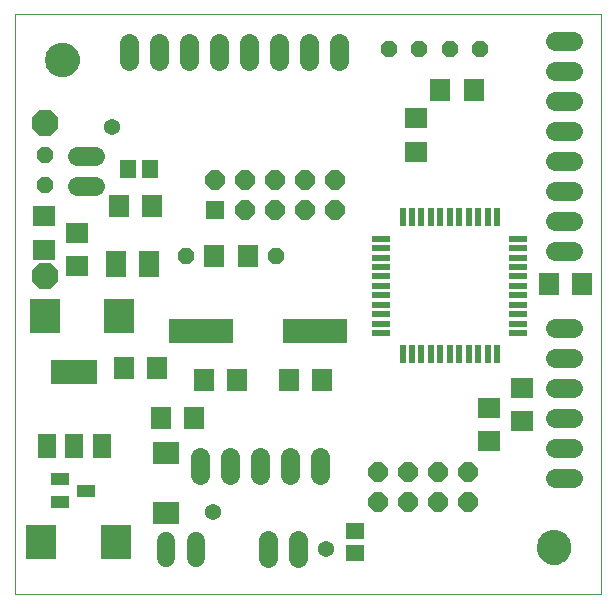
<source format=gts>
G75*
G70*
%OFA0B0*%
%FSLAX24Y24*%
%IPPOS*%
%LPD*%
%AMOC8*
5,1,8,0,0,1.08239X$1,22.5*
%
%ADD10C,0.0000*%
%ADD11OC8,0.0560*%
%ADD12R,0.2140X0.0800*%
%ADD13R,0.0670X0.0749*%
%ADD14R,0.0670X0.0750*%
%ADD15R,0.0631X0.0552*%
%ADD16C,0.0640*%
%ADD17R,0.0906X0.0749*%
%ADD18R,0.0750X0.0670*%
%ADD19R,0.0985X0.1142*%
%ADD20R,0.0631X0.0237*%
%ADD21R,0.0237X0.0631*%
%ADD22R,0.0631X0.0827*%
%ADD23R,0.1536X0.0827*%
%ADD24C,0.0540*%
%ADD25R,0.0749X0.0670*%
%ADD26C,0.0600*%
%ADD27R,0.0552X0.0631*%
%ADD28C,0.1142*%
%ADD29OC8,0.0640*%
%ADD30R,0.0640X0.0640*%
%ADD31R,0.0591X0.0434*%
%ADD32R,0.0670X0.0906*%
%ADD33OC8,0.0890*%
D10*
X000101Y000110D02*
X000101Y019462D01*
X019650Y019462D01*
X019650Y000110D01*
X000101Y000110D01*
X017519Y001681D02*
X017521Y001728D01*
X017527Y001774D01*
X017537Y001820D01*
X017550Y001865D01*
X017568Y001908D01*
X017589Y001950D01*
X017613Y001990D01*
X017641Y002027D01*
X017672Y002062D01*
X017706Y002095D01*
X017742Y002124D01*
X017781Y002150D01*
X017822Y002173D01*
X017865Y002192D01*
X017909Y002208D01*
X017954Y002220D01*
X018000Y002228D01*
X018047Y002232D01*
X018093Y002232D01*
X018140Y002228D01*
X018186Y002220D01*
X018231Y002208D01*
X018275Y002192D01*
X018318Y002173D01*
X018359Y002150D01*
X018398Y002124D01*
X018434Y002095D01*
X018468Y002062D01*
X018499Y002027D01*
X018527Y001990D01*
X018551Y001950D01*
X018572Y001908D01*
X018590Y001865D01*
X018603Y001820D01*
X018613Y001774D01*
X018619Y001728D01*
X018621Y001681D01*
X018619Y001634D01*
X018613Y001588D01*
X018603Y001542D01*
X018590Y001497D01*
X018572Y001454D01*
X018551Y001412D01*
X018527Y001372D01*
X018499Y001335D01*
X018468Y001300D01*
X018434Y001267D01*
X018398Y001238D01*
X018359Y001212D01*
X018318Y001189D01*
X018275Y001170D01*
X018231Y001154D01*
X018186Y001142D01*
X018140Y001134D01*
X018093Y001130D01*
X018047Y001130D01*
X018000Y001134D01*
X017954Y001142D01*
X017909Y001154D01*
X017865Y001170D01*
X017822Y001189D01*
X017781Y001212D01*
X017742Y001238D01*
X017706Y001267D01*
X017672Y001300D01*
X017641Y001335D01*
X017613Y001372D01*
X017589Y001412D01*
X017568Y001454D01*
X017550Y001497D01*
X017537Y001542D01*
X017527Y001588D01*
X017521Y001634D01*
X017519Y001681D01*
X001141Y017941D02*
X001143Y017988D01*
X001149Y018034D01*
X001159Y018080D01*
X001172Y018125D01*
X001190Y018168D01*
X001211Y018210D01*
X001235Y018250D01*
X001263Y018287D01*
X001294Y018322D01*
X001328Y018355D01*
X001364Y018384D01*
X001403Y018410D01*
X001444Y018433D01*
X001487Y018452D01*
X001531Y018468D01*
X001576Y018480D01*
X001622Y018488D01*
X001669Y018492D01*
X001715Y018492D01*
X001762Y018488D01*
X001808Y018480D01*
X001853Y018468D01*
X001897Y018452D01*
X001940Y018433D01*
X001981Y018410D01*
X002020Y018384D01*
X002056Y018355D01*
X002090Y018322D01*
X002121Y018287D01*
X002149Y018250D01*
X002173Y018210D01*
X002194Y018168D01*
X002212Y018125D01*
X002225Y018080D01*
X002235Y018034D01*
X002241Y017988D01*
X002243Y017941D01*
X002241Y017894D01*
X002235Y017848D01*
X002225Y017802D01*
X002212Y017757D01*
X002194Y017714D01*
X002173Y017672D01*
X002149Y017632D01*
X002121Y017595D01*
X002090Y017560D01*
X002056Y017527D01*
X002020Y017498D01*
X001981Y017472D01*
X001940Y017449D01*
X001897Y017430D01*
X001853Y017414D01*
X001808Y017402D01*
X001762Y017394D01*
X001715Y017390D01*
X001669Y017390D01*
X001622Y017394D01*
X001576Y017402D01*
X001531Y017414D01*
X001487Y017430D01*
X001444Y017449D01*
X001403Y017472D01*
X001364Y017498D01*
X001328Y017527D01*
X001294Y017560D01*
X001263Y017595D01*
X001235Y017632D01*
X001211Y017672D01*
X001190Y017714D01*
X001172Y017757D01*
X001159Y017802D01*
X001149Y017848D01*
X001143Y017894D01*
X001141Y017941D01*
D11*
X001123Y014746D03*
X001123Y013746D03*
X005820Y011398D03*
X008820Y011398D03*
X012569Y018283D03*
X013569Y018283D03*
X014618Y018293D03*
X015618Y018293D03*
D12*
X010096Y008909D03*
X006296Y008909D03*
D13*
X004845Y007658D03*
X003742Y007658D03*
X004990Y005983D03*
X006093Y005983D03*
X006405Y007244D03*
X007508Y007244D03*
X009239Y007265D03*
X010342Y007265D03*
X004684Y013059D03*
X003582Y013059D03*
X017912Y010461D03*
X019015Y010461D03*
D14*
X015406Y016932D03*
X014286Y016932D03*
X007882Y011406D03*
X006762Y011406D03*
D15*
X011434Y002236D03*
X011434Y001488D03*
D16*
X009560Y001322D02*
X009560Y001922D01*
X008560Y001922D02*
X008560Y001322D01*
X008267Y004098D02*
X008267Y004698D01*
X009267Y004698D02*
X009267Y004098D01*
X010267Y004098D02*
X010267Y004698D01*
X007267Y004698D02*
X007267Y004098D01*
X006267Y004098D02*
X006267Y004698D01*
X002779Y013740D02*
X002179Y013740D01*
X002179Y014740D02*
X002779Y014740D01*
X003901Y017877D02*
X003901Y018477D01*
X004901Y018477D02*
X004901Y017877D01*
X005901Y017877D02*
X005901Y018477D01*
X006901Y018477D02*
X006901Y017877D01*
X007901Y017877D02*
X007901Y018477D01*
X008901Y018477D02*
X008901Y017877D01*
X009901Y017877D02*
X009901Y018477D01*
X010901Y018477D02*
X010901Y017877D01*
X018124Y017567D02*
X018724Y017567D01*
X018724Y016567D02*
X018124Y016567D01*
X018124Y015567D02*
X018724Y015567D01*
X018724Y014567D02*
X018124Y014567D01*
X018124Y013567D02*
X018724Y013567D01*
X018724Y012567D02*
X018124Y012567D01*
X018124Y011567D02*
X018724Y011567D01*
X018724Y008992D02*
X018124Y008992D01*
X018124Y007992D02*
X018724Y007992D01*
X018724Y007000D02*
X018124Y007000D01*
X018124Y006000D02*
X018724Y006000D01*
X018724Y005000D02*
X018124Y005000D01*
X018124Y004000D02*
X018724Y004000D01*
X018724Y018567D02*
X018124Y018567D01*
D17*
X005142Y004831D03*
X005142Y002823D03*
D18*
X001084Y011597D03*
X001084Y012716D03*
X013484Y014871D03*
X013484Y015991D03*
X017007Y007005D03*
X017007Y005885D03*
X015905Y006336D03*
X015905Y005216D03*
D19*
X003584Y009401D03*
X001104Y009401D03*
X000990Y001843D03*
X003470Y001843D03*
D20*
X012321Y008822D03*
X012321Y009137D03*
X012321Y009452D03*
X012321Y009767D03*
X012321Y010082D03*
X012321Y010397D03*
X012321Y010712D03*
X012321Y011027D03*
X012321Y011342D03*
X012321Y011657D03*
X012321Y011972D03*
X016888Y011972D03*
X016888Y011657D03*
X016888Y011342D03*
X016888Y011027D03*
X016888Y010712D03*
X016888Y010397D03*
X016888Y010082D03*
X016888Y009767D03*
X016888Y009452D03*
X016888Y009137D03*
X016888Y008822D03*
D21*
X016179Y008114D03*
X015864Y008114D03*
X015549Y008114D03*
X015234Y008114D03*
X014920Y008114D03*
X014605Y008114D03*
X014290Y008114D03*
X013975Y008114D03*
X013660Y008114D03*
X013345Y008114D03*
X013030Y008114D03*
X013030Y012680D03*
X013345Y012680D03*
X013660Y012680D03*
X013975Y012680D03*
X014290Y012680D03*
X014605Y012680D03*
X014920Y012680D03*
X015234Y012680D03*
X015549Y012680D03*
X015864Y012680D03*
X016179Y012680D03*
D22*
X002998Y005057D03*
X002093Y005057D03*
X001187Y005057D03*
D23*
X002093Y007537D03*
D24*
X006727Y002869D03*
X010471Y001642D03*
X003346Y015697D03*
D25*
X002164Y012154D03*
X002164Y011051D03*
D26*
X005129Y001883D02*
X005129Y001323D01*
X006129Y001323D02*
X006129Y001883D01*
D27*
X004625Y014280D03*
X003877Y014280D03*
D28*
X001692Y017941D03*
X018070Y001681D03*
D29*
X015200Y003189D03*
X015200Y004189D03*
X014200Y004189D03*
X014200Y003189D03*
X013200Y003189D03*
X013200Y004189D03*
X012200Y004189D03*
X012200Y003189D03*
X010779Y012914D03*
X009779Y012914D03*
X008779Y012914D03*
X007779Y012914D03*
X007779Y013914D03*
X008779Y013914D03*
X009779Y013914D03*
X010779Y013914D03*
X006779Y013914D03*
D30*
X006779Y012914D03*
D31*
X001613Y003945D03*
X001613Y003197D03*
X002479Y003571D03*
D32*
X003464Y011130D03*
X004566Y011130D03*
D33*
X001101Y010736D03*
X001101Y015815D03*
M02*

</source>
